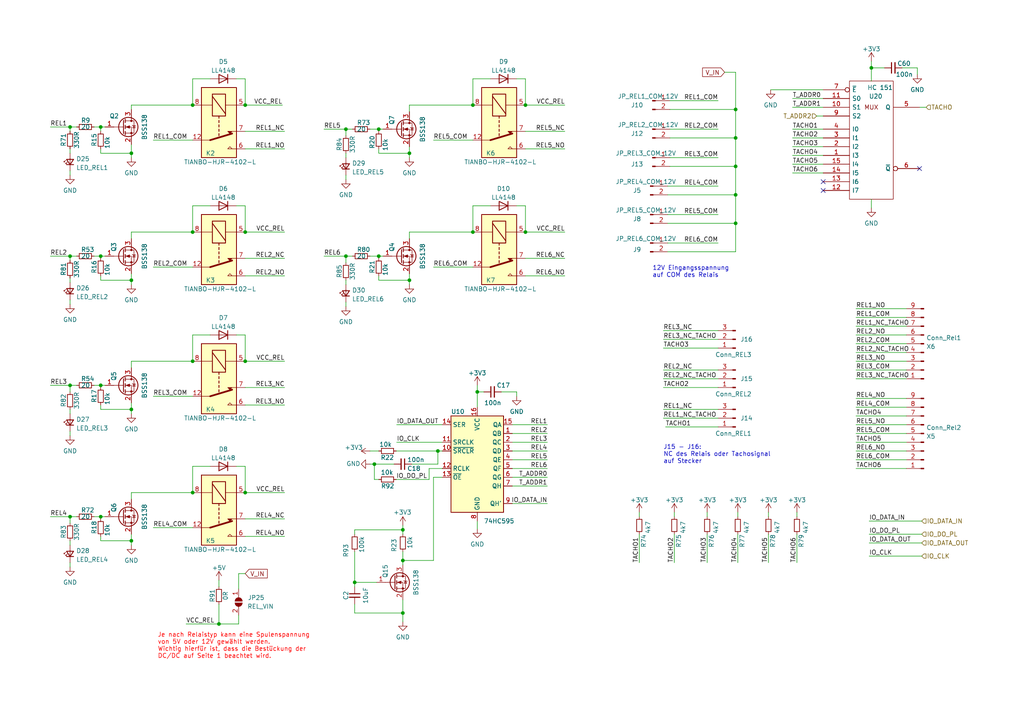
<source format=kicad_sch>
(kicad_sch (version 20230121) (generator eeschema)
  (paper "A4")
  (title_block (title "BSC") (date "2023-06-25") (rev "2.4.1"))
  (lib_symbols
    (symbol "74xx:74HC595"
      (property "Reference" "U" (at -7.62 13.97 0))
      (property "Value" "74HC595" (at -7.62 -16.51 0))
      (symbol "74HC595_1_0"
        (pin tri_state line (at 10.16 7.62 180) (length 2.54) (name "QB") (number "1"))
        (pin input line (at -10.16 2.54 0) (length 2.54) (name "~{SRCLR}") (number "10"))
        (pin input line (at -10.16 5.08 0) (length 2.54) (name "SRCLK") (number "11"))
        (pin input line (at -10.16 -2.54 0) (length 2.54) (name "RCLK") (number "12"))
        (pin input line (at -10.16 -5.08 0) (length 2.54) (name "~{OE}") (number "13"))
        (pin input line (at -10.16 10.16 0) (length 2.54) (name "SER") (number "14"))
        (pin tri_state line (at 10.16 10.16 180) (length 2.54) (name "QA") (number "15"))
        (pin power_in line (at 0 15.24 270) (length 2.54) (name "VCC") (number "16"))
        (pin tri_state line (at 10.16 5.08 180) (length 2.54) (name "QC") (number "2"))
        (pin tri_state line (at 10.16 2.54 180) (length 2.54) (name "QD") (number "3"))
        (pin tri_state line (at 10.16 0 180) (length 2.54) (name "QE") (number "4"))
        (pin tri_state line (at 10.16 -2.54 180) (length 2.54) (name "QF") (number "5"))
        (pin tri_state line (at 10.16 -5.08 180) (length 2.54) (name "QG") (number "6"))
        (pin tri_state line (at 10.16 -7.62 180) (length 2.54) (name "QH") (number "7"))
        (pin power_in line (at 0 -17.78 90) (length 2.54) (name "GND") (number "8"))
        (pin output line (at 10.16 -12.7 180) (length 2.54) (name "QH'") (number "9"))
      )
    )
    (symbol "74xx_IEEE:74151" (pin_names (offset 0.762))
      (property "Reference" "U" (at 5.08 17.78 0))
      (property "Value" "74151" (at 8.89 -20.32 0))
      (symbol "74151_0_0"
        (text "MUX" (at 0 8.89 0) (effects (font (size 1.27 1.27))))
        (pin power_in line (at 0 16.51 270) (length 0) hide (name "VCC") (number "16"))
        (pin power_in line (at 0 -17.78 90) (length 0) hide (name "GND") (number "8"))
      )
      (symbol "74151_1_1"
        (pin input line (at -13.97 -5.08 0) (length 7.62) (name "I3") (number "1"))
        (pin input line (at -13.97 8.89 0) (length 7.62) (name "S1") (number "10"))
        (pin input line (at -13.97 11.43 0) (length 7.62) (name "S0") (number "11"))
        (pin input line (at -13.97 -15.24 0) (length 7.62) (name "I7") (number "12"))
        (pin input line (at -13.97 -12.7 0) (length 7.62) (name "I6") (number "13"))
        (pin input line (at -13.97 -10.16 0) (length 7.62) (name "I5") (number "14"))
        (pin input line (at -13.97 -7.62 0) (length 7.62) (name "I4") (number "15"))
        (pin input line (at -13.97 -2.54 0) (length 7.62) (name "I2") (number "2"))
        (pin input line (at -13.97 0 0) (length 7.62) (name "I1") (number "3"))
        (pin input line (at -13.97 2.54 0) (length 7.62) (name "I0") (number "4"))
        (pin output line (at 13.97 8.89 180) (length 7.62) (name "Q") (number "5"))
        (pin output inverted (at 13.97 -8.89 180) (length 7.62) (name "~{Q}") (number "6"))
        (pin input inverted (at -13.97 13.97 0) (length 7.62) (name "~{E}") (number "7"))
        (pin input line (at -13.97 6.35 0) (length 7.62) (name "S2") (number "9"))
      )
    )
    (symbol "Connector:Conn_01x02_Male" (pin_names (offset 1.016) hide)
      (property "Reference" "J" (at 0 2.54 0))
      (property "Value" "Conn_01x02_Male" (at 0 -5.08 0))
      (symbol "Conn_01x02_Male_1_1"
        (pin passive line (at 5.08 0 180) (length 3.81) (name "Pin_1") (number "1"))
        (pin passive line (at 5.08 -2.54 180) (length 3.81) (name "Pin_2") (number "2"))
      )
    )
    (symbol "Connector:Conn_01x03_Male" (pin_names (offset 1.016) hide)
      (property "Reference" "J" (at 0 5.08 0))
      (property "Value" "Conn_01x03_Male" (at 0 -5.08 0))
      (symbol "Conn_01x03_Male_1_1"
        (pin passive line (at 5.08 2.54 180) (length 3.81) (name "Pin_1") (number "1"))
        (pin passive line (at 5.08 0 180) (length 3.81) (name "Pin_2") (number "2"))
        (pin passive line (at 5.08 -2.54 180) (length 3.81) (name "Pin_3") (number "3"))
      )
    )
    (symbol "Connector:Conn_01x09_Male" (pin_names (offset 1.016) hide)
      (property "Reference" "J" (at 0 12.7 0))
      (property "Value" "Conn_01x09_Male" (at 0 -12.7 0))
      (symbol "Conn_01x09_Male_1_1"
        (pin passive line (at 5.08 10.16 180) (length 3.81) (name "Pin_1") (number "1"))
        (pin passive line (at 5.08 7.62 180) (length 3.81) (name "Pin_2") (number "2"))
        (pin passive line (at 5.08 5.08 180) (length 3.81) (name "Pin_3") (number "3"))
        (pin passive line (at 5.08 2.54 180) (length 3.81) (name "Pin_4") (number "4"))
        (pin passive line (at 5.08 0 180) (length 3.81) (name "Pin_5") (number "5"))
        (pin passive line (at 5.08 -2.54 180) (length 3.81) (name "Pin_6") (number "6"))
        (pin passive line (at 5.08 -5.08 180) (length 3.81) (name "Pin_7") (number "7"))
        (pin passive line (at 5.08 -7.62 180) (length 3.81) (name "Pin_8") (number "8"))
        (pin passive line (at 5.08 -10.16 180) (length 3.81) (name "Pin_9") (number "9"))
      )
    )
    (symbol "Device:C_Small" (pin_numbers hide) (pin_names (offset 0.254) hide)
      (property "Reference" "C" (at 0.254 1.778 0))
      (property "Value" "C_Small" (at 0.254 -2.032 0))
      (symbol "C_Small_1_1"
        (pin passive line (at 0 2.54 270) (length 2.032) (name "~") (number "1"))
        (pin passive line (at 0 -2.54 90) (length 2.032) (name "~") (number "2"))
      )
    )
    (symbol "Device:LED_Small" (pin_numbers hide) (pin_names (offset 0.254) hide)
      (property "Reference" "D" (at -1.27 3.175 0))
      (property "Value" "LED_Small" (at -4.445 -2.54 0))
      (symbol "LED_Small_1_1"
        (pin passive line (at -2.54 0 0) (length 1.778) (name "K") (number "1"))
        (pin passive line (at 2.54 0 180) (length 1.778) (name "A") (number "2"))
      )
    )
    (symbol "Device:R_Small" (pin_numbers hide) (pin_names (offset 0.254) hide)
      (property "Reference" "R" (at 0.762 0.508 0))
      (property "Value" "R_Small" (at 0.762 -1.016 0))
      (symbol "R_Small_1_1"
        (pin passive line (at 0 2.54 270) (length 0.762) (name "~") (number "1"))
        (pin passive line (at 0 -2.54 90) (length 0.762) (name "~") (number "2"))
      )
    )
    (symbol "Diode:LL4148" (pin_numbers hide) (pin_names (offset 1.016) hide)
      (property "Reference" "D" (at 0 2.54 0))
      (property "Value" "LL4148" (at 0 -2.54 0))
      (symbol "LL4148_1_1"
        (pin passive line (at -3.81 0 0) (length 2.54) (name "K") (number "1"))
        (pin passive line (at 3.81 0 180) (length 2.54) (name "A") (number "2"))
      )
    )
    (symbol "Jumper:SolderJumper_2_Open" (pin_names (offset 0) hide)
      (property "Reference" "JP" (at 0 2.032 0))
      (property "Value" "SolderJumper_2_Open" (at 0 -2.54 0))
      (symbol "SolderJumper_2_Open_1_1"
        (pin passive line (at -3.81 0 0) (length 2.54) (name "A") (number "1"))
        (pin passive line (at 3.81 0 180) (length 2.54) (name "B") (number "2"))
      )
    )
    (symbol "Relay:TIANBO-HJR-4102-L"
      (property "Reference" "K" (at 11.43 3.81 0))
      (property "Value" "TIANBO-HJR-4102-L" (at 11.43 1.27 0))
      (symbol "TIANBO-HJR-4102-L_1_1"
        (pin passive line (at 5.08 -7.62 90) (length 2.54) (name "~") (number "12"))
        (pin passive line (at -5.08 7.62 270) (length 2.54) (name "~") (number "5"))
        (pin passive line (at 7.62 7.62 270) (length 2.54) (name "~") (number "6"))
        (pin passive line (at 2.54 7.62 270) (length 2.54) (name "~") (number "7"))
        (pin passive line (at -5.08 -7.62 90) (length 2.54) (name "~") (number "8"))
      )
    )
    (symbol "Transistor_FET:BSS138" (pin_names hide)
      (property "Reference" "Q" (at 5.08 1.905 0))
      (property "Value" "BSS138" (at 5.08 0 0))
      (symbol "BSS138_1_1"
        (pin input line (at -5.08 0 0) (length 2.54) (name "G") (number "1"))
        (pin passive line (at 2.54 -5.08 90) (length 2.54) (name "S") (number "2"))
        (pin passive line (at 2.54 5.08 270) (length 2.54) (name "D") (number "3"))
      )
    )
    (symbol "power:+3V3" (power) (pin_names (offset 0))
      (property "Value" "+3V3" (at 0 3.556 0))
      (symbol "+3V3_1_1"
        (pin power_in line (at 0 0 90) (length 0) hide (name "+3V3") (number "1"))
      )
    )
    (symbol "power:+5V" (power) (pin_names (offset 0))
      (property "Value" "+5V" (at 0 3.556 0))
      (symbol "+5V_1_1"
        (pin power_in line (at 0 0 90) (length 0) hide (name "+5V") (number "1"))
      )
    )
    (symbol "power:GND" (power) (pin_names (offset 0))
      (property "Value" "GND" (at 0 -3.81 0))
      (symbol "GND_1_1"
        (pin power_in line (at 0 0 270) (length 0) hide (name "GND") (number "1"))
      )
    )
  )
  (junction (at 213.36 64.77))
  (junction (at 138.43 113.665))
  (junction (at 38.1 44.45))
  (junction (at 213.36 31.75))
  (junction (at 71.12 30.48))
  (junction (at 55.88 30.48))
  (junction (at 71.12 67.31))
  (junction (at 213.36 56.515))
  (junction (at 29.21 36.83))
  (junction (at 55.88 67.31))
  (junction (at 116.84 153.67))
  (junction (at 20.32 36.83))
  (junction (at 63.5 180.975))
  (junction (at 109.855 37.465))
  (junction (at 152.4 67.31))
  (junction (at 29.21 111.76))
  (junction (at 152.4 30.48))
  (junction (at 102.87 168.91))
  (junction (at 108.585 134.62))
  (junction (at 38.1 156.845))
  (junction (at 20.32 111.76))
  (junction (at 118.745 44.45))
  (junction (at 71.12 142.875))
  (junction (at 71.12 104.775))
  (junction (at 109.855 74.295))
  (junction (at 29.21 74.295))
  (junction (at 38.1 81.28))
  (junction (at 29.21 149.86))
  (junction (at 100.33 74.295))
  (junction (at 137.16 30.48))
  (junction (at 20.32 149.86))
  (junction (at 213.36 48.26))
  (junction (at 55.88 104.775))
  (junction (at 252.73 19.685))
  (junction (at 118.745 81.28))
  (junction (at 116.84 177.8))
  (junction (at 38.1 118.745))
  (junction (at 213.36 40.005))
  (junction (at 127 130.81))
  (junction (at 137.16 67.31))
  (junction (at 55.88 142.875))
  (junction (at 116.84 162.56))
  (junction (at 20.32 74.295))
  (junction (at 100.33 37.465))
  (no_connect (at 238.76 52.705))
  (no_connect (at 238.76 55.245))
  (no_connect (at 266.7 48.895))
  (wire (pts (xy 60.96 135.255) (xy 55.88 135.255)))
  (wire (pts (xy 142.24 59.69) (xy 137.16 59.69)))
  (wire (pts (xy 71.12 117.475) (xy 82.55 117.475)))
  (wire (pts (xy 248.285 94.615) (xy 262.89 94.615)))
  (wire (pts (xy 38.1 118.745) (xy 38.1 120.015)))
  (wire (pts (xy 27.305 149.86) (xy 29.21 149.86)))
  (wire (pts (xy 71.12 142.875) (xy 82.55 142.875)))
  (wire (pts (xy 248.285 109.855) (xy 262.89 109.855)))
  (wire (pts (xy 127 130.81) (xy 128.27 130.81)))
  (wire (pts (xy 109.855 74.295) (xy 111.125 74.295)))
  (wire (pts (xy 118.745 42.545) (xy 118.745 44.45)))
  (wire (pts (xy 102.87 153.67) (xy 116.84 153.67)))
  (wire (pts (xy 185.42 148.59) (xy 185.42 149.86)))
  (wire (pts (xy 107.315 37.465) (xy 109.855 37.465)))
  (wire (pts (xy 60.96 22.86) (xy 55.88 22.86)))
  (wire (pts (xy 27.305 111.76) (xy 29.21 111.76)))
  (wire (pts (xy 248.285 135.89) (xy 262.89 135.89)))
  (wire (pts (xy 137.16 22.86) (xy 137.16 30.48)))
  (wire (pts (xy 128.27 138.43) (xy 125.73 138.43)))
  (wire (pts (xy 208.28 95.885) (xy 192.405 95.885)))
  (wire (pts (xy 195.58 154.94) (xy 195.58 163.195)))
  (wire (pts (xy 266.7 31.115) (xy 268.605 31.115)))
  (wire (pts (xy 118.745 44.45) (xy 118.745 45.72)))
  (wire (pts (xy 20.32 36.83) (xy 20.32 38.1)))
  (wire (pts (xy 20.32 80.645) (xy 20.32 81.915)))
  (wire (pts (xy 71.12 97.155) (xy 71.12 104.775)))
  (wire (pts (xy 229.87 47.625) (xy 238.76 47.625)))
  (wire (pts (xy 222.885 148.59) (xy 222.885 149.86)))
  (wire (pts (xy 71.12 22.86) (xy 71.12 30.48)))
  (wire (pts (xy 27.305 36.83) (xy 29.21 36.83)))
  (wire (pts (xy 210.185 20.955) (xy 213.36 20.955)))
  (wire (pts (xy 118.745 30.48) (xy 118.745 32.385)))
  (wire (pts (xy 100.33 44.45) (xy 100.33 45.72)))
  (wire (pts (xy 138.43 113.665) (xy 140.335 113.665)))
  (wire (pts (xy 193.675 64.77) (xy 213.36 64.77)))
  (wire (pts (xy 248.285 120.65) (xy 262.89 120.65)))
  (wire (pts (xy 229.87 31.115) (xy 238.76 31.115)))
  (wire (pts (xy 20.32 36.83) (xy 22.225 36.83)))
  (wire (pts (xy 100.33 87.63) (xy 100.33 88.9)))
  (wire (pts (xy 29.21 36.83) (xy 29.21 38.1)))
  (wire (pts (xy 63.5 168.275) (xy 63.5 170.18)))
  (wire (pts (xy 229.87 28.575) (xy 238.76 28.575)))
  (wire (pts (xy 29.21 155.575) (xy 29.21 156.845)))
  (wire (pts (xy 213.36 73.025) (xy 213.36 64.77)))
  (wire (pts (xy 71.12 150.495) (xy 82.55 150.495)))
  (wire (pts (xy 20.32 149.86) (xy 20.32 151.765)))
  (wire (pts (xy 152.4 30.48) (xy 163.83 30.48)))
  (wire (pts (xy 229.87 50.165) (xy 238.76 50.165)))
  (wire (pts (xy 29.21 118.745) (xy 38.1 118.745)))
  (wire (pts (xy 38.1 45.72) (xy 38.1 44.45)))
  (wire (pts (xy 108.585 139.065) (xy 108.585 134.62)))
  (wire (pts (xy 118.745 81.28) (xy 118.745 82.55)))
  (wire (pts (xy 248.285 123.19) (xy 262.89 123.19)))
  (wire (pts (xy 109.855 37.465) (xy 109.855 38.1)))
  (wire (pts (xy 252.73 57.785) (xy 252.73 60.325)))
  (wire (pts (xy 148.59 135.89) (xy 158.75 135.89)))
  (wire (pts (xy 208.28 100.965) (xy 192.405 100.965)))
  (wire (pts (xy 208.28 112.395) (xy 192.405 112.395)))
  (wire (pts (xy 229.87 45.085) (xy 238.76 45.085)))
  (wire (pts (xy 208.28 109.855) (xy 192.405 109.855)))
  (wire (pts (xy 208.28 123.825) (xy 193.04 123.825)))
  (wire (pts (xy 107.315 74.295) (xy 109.855 74.295)))
  (wire (pts (xy 29.21 111.76) (xy 29.21 112.395)))
  (wire (pts (xy 93.98 37.465) (xy 100.33 37.465)))
  (wire (pts (xy 109.855 43.18) (xy 109.855 44.45)))
  (wire (pts (xy 38.1 116.84) (xy 38.1 118.745)))
  (wire (pts (xy 248.285 89.535) (xy 262.89 89.535)))
  (wire (pts (xy 193.675 73.025) (xy 213.36 73.025)))
  (wire (pts (xy 118.745 79.375) (xy 118.745 81.28)))
  (wire (pts (xy 14.605 111.76) (xy 20.32 111.76)))
  (wire (pts (xy 29.21 149.86) (xy 30.48 149.86)))
  (wire (pts (xy 229.87 42.545) (xy 238.76 42.545)))
  (wire (pts (xy 194.31 40.005) (xy 213.36 40.005)))
  (wire (pts (xy 20.32 156.845) (xy 20.32 158.115)))
  (wire (pts (xy 118.745 67.31) (xy 137.16 67.31)))
  (wire (pts (xy 63.5 175.26) (xy 63.5 180.975)))
  (wire (pts (xy 29.21 74.295) (xy 30.48 74.295)))
  (wire (pts (xy 20.32 74.295) (xy 22.225 74.295)))
  (wire (pts (xy 152.4 22.86) (xy 152.4 30.48)))
  (wire (pts (xy 213.995 148.59) (xy 213.995 149.86)))
  (wire (pts (xy 55.88 22.86) (xy 55.88 30.48)))
  (wire (pts (xy 102.87 175.26) (xy 102.87 177.8)))
  (wire (pts (xy 38.1 142.875) (xy 38.1 144.78)))
  (wire (pts (xy 20.32 118.745) (xy 20.32 120.015)))
  (wire (pts (xy 71.12 74.93) (xy 82.55 74.93)))
  (wire (pts (xy 38.1 81.28) (xy 38.1 82.55)))
  (wire (pts (xy 193.675 62.23) (xy 208.28 62.23)))
  (wire (pts (xy 229.87 40.005) (xy 238.76 40.005)))
  (wire (pts (xy 194.31 29.21) (xy 208.28 29.21)))
  (wire (pts (xy 100.33 74.295) (xy 102.235 74.295)))
  (wire (pts (xy 248.285 118.11) (xy 262.89 118.11)))
  (wire (pts (xy 29.21 36.83) (xy 30.48 36.83)))
  (wire (pts (xy 20.32 86.995) (xy 20.32 88.265)))
  (wire (pts (xy 20.32 111.76) (xy 20.32 113.665)))
  (wire (pts (xy 213.36 56.515) (xy 213.36 48.26)))
  (wire (pts (xy 100.33 74.295) (xy 100.33 76.2)))
  (wire (pts (xy 55.88 97.155) (xy 55.88 104.775)))
  (wire (pts (xy 149.86 113.665) (xy 149.86 114.935)))
  (wire (pts (xy 38.1 41.91) (xy 38.1 44.45)))
  (wire (pts (xy 108.585 134.62) (xy 114.3 134.62)))
  (wire (pts (xy 38.1 79.375) (xy 38.1 81.28)))
  (wire (pts (xy 20.32 43.18) (xy 20.32 44.45)))
  (wire (pts (xy 208.28 118.745) (xy 192.405 118.745)))
  (wire (pts (xy 152.4 43.18) (xy 163.83 43.18)))
  (wire (pts (xy 102.87 168.91) (xy 109.22 168.91)))
  (wire (pts (xy 267.335 161.29) (xy 252.095 161.29)))
  (wire (pts (xy 29.21 74.295) (xy 29.21 74.93)))
  (wire (pts (xy 44.45 153.035) (xy 55.88 153.035)))
  (wire (pts (xy 138.43 151.13) (xy 138.43 153.416)))
  (wire (pts (xy 248.285 104.775) (xy 262.89 104.775)))
  (wire (pts (xy 38.1 142.875) (xy 55.88 142.875)))
  (wire (pts (xy 152.4 67.31) (xy 163.83 67.31)))
  (wire (pts (xy 116.84 160.02) (xy 116.84 162.56)))
  (wire (pts (xy 138.43 113.665) (xy 138.43 118.11)))
  (wire (pts (xy 100.33 81.28) (xy 100.33 82.55)))
  (wire (pts (xy 14.605 36.83) (xy 20.32 36.83)))
  (wire (pts (xy 14.605 74.295) (xy 20.32 74.295)))
  (wire (pts (xy 115.062 128.27) (xy 128.27 128.27)))
  (wire (pts (xy 68.58 97.155) (xy 71.12 97.155)))
  (wire (pts (xy 55.88 135.255) (xy 55.88 142.875)))
  (wire (pts (xy 71.12 155.575) (xy 82.55 155.575)))
  (wire (pts (xy 248.285 92.075) (xy 262.89 92.075)))
  (wire (pts (xy 213.36 40.005) (xy 213.36 31.75)))
  (wire (pts (xy 148.59 130.81) (xy 158.75 130.81)))
  (wire (pts (xy 152.4 74.93) (xy 163.83 74.93)))
  (wire (pts (xy 152.4 59.69) (xy 152.4 67.31)))
  (wire (pts (xy 107.315 130.81) (xy 109.855 130.81)))
  (wire (pts (xy 38.1 30.48) (xy 55.88 30.48)))
  (wire (pts (xy 145.415 113.665) (xy 149.86 113.665)))
  (wire (pts (xy 53.975 180.975) (xy 63.5 180.975)))
  (wire (pts (xy 125.73 77.47) (xy 137.16 77.47)))
  (wire (pts (xy 27.305 74.295) (xy 29.21 74.295)))
  (wire (pts (xy 44.45 77.47) (xy 55.88 77.47)))
  (wire (pts (xy 109.855 74.295) (xy 109.855 74.93)))
  (wire (pts (xy 152.4 80.01) (xy 163.83 80.01)))
  (wire (pts (xy 71.12 43.18) (xy 82.55 43.18)))
  (wire (pts (xy 71.12 80.01) (xy 82.55 80.01)))
  (wire (pts (xy 231.14 148.59) (xy 231.14 149.86)))
  (wire (pts (xy 29.21 111.76) (xy 30.48 111.76)))
  (wire (pts (xy 148.59 140.97) (xy 158.75 140.97)))
  (wire (pts (xy 109.855 139.065) (xy 108.585 139.065)))
  (wire (pts (xy 116.84 177.8) (xy 116.84 180.34)))
  (wire (pts (xy 29.21 81.28) (xy 38.1 81.28)))
  (wire (pts (xy 116.84 162.56) (xy 116.84 163.83)))
  (wire (pts (xy 142.24 22.86) (xy 137.16 22.86)))
  (wire (pts (xy 248.285 115.57) (xy 262.89 115.57)))
  (wire (pts (xy 124.46 135.89) (xy 124.46 139.065)))
  (wire (pts (xy 125.73 40.64) (xy 137.16 40.64)))
  (wire (pts (xy 29.21 156.845) (xy 38.1 156.845)))
  (wire (pts (xy 20.32 49.53) (xy 20.32 50.8)))
  (wire (pts (xy 115.062 123.19) (xy 128.27 123.19)))
  (wire (pts (xy 252.73 19.685) (xy 252.73 23.495)))
  (wire (pts (xy 55.88 59.69) (xy 55.88 67.31)))
  (wire (pts (xy 20.32 149.86) (xy 22.225 149.86)))
  (wire (pts (xy 29.21 44.45) (xy 38.1 44.45)))
  (wire (pts (xy 208.28 98.425) (xy 192.405 98.425)))
  (wire (pts (xy 138.43 111.76) (xy 138.43 113.665)))
  (wire (pts (xy 69.215 178.435) (xy 69.215 180.975)))
  (wire (pts (xy 128.27 135.89) (xy 124.46 135.89)))
  (wire (pts (xy 44.45 40.64) (xy 55.88 40.64)))
  (wire (pts (xy 44.45 114.935) (xy 55.88 114.935)))
  (wire (pts (xy 248.285 133.35) (xy 262.89 133.35)))
  (wire (pts (xy 102.87 154.94) (xy 102.87 153.67)))
  (wire (pts (xy 38.1 31.75) (xy 38.1 30.48)))
  (wire (pts (xy 71.12 166.37) (xy 69.215 166.37)))
  (wire (pts (xy 38.1 154.94) (xy 38.1 156.845)))
  (wire (pts (xy 102.87 160.02) (xy 102.87 168.91)))
  (wire (pts (xy 248.285 107.315) (xy 262.89 107.315)))
  (wire (pts (xy 248.285 128.27) (xy 262.89 128.27)))
  (wire (pts (xy 248.285 97.155) (xy 262.89 97.155)))
  (wire (pts (xy 118.745 30.48) (xy 137.16 30.48)))
  (wire (pts (xy 193.675 56.515) (xy 213.36 56.515)))
  (wire (pts (xy 38.1 156.845) (xy 38.1 158.115)))
  (wire (pts (xy 109.855 81.28) (xy 118.745 81.28)))
  (wire (pts (xy 248.285 125.73) (xy 262.89 125.73)))
  (wire (pts (xy 20.32 111.76) (xy 22.225 111.76)))
  (wire (pts (xy 124.46 139.065) (xy 114.935 139.065)))
  (wire (pts (xy 252.73 17.78) (xy 252.73 19.685)))
  (wire (pts (xy 38.1 67.31) (xy 55.88 67.31)))
  (wire (pts (xy 38.1 104.775) (xy 38.1 106.68)))
  (wire (pts (xy 223.52 26.035) (xy 238.76 26.035)))
  (wire (pts (xy 38.1 104.775) (xy 55.88 104.775)))
  (wire (pts (xy 71.12 59.69) (xy 71.12 67.31)))
  (wire (pts (xy 102.87 177.8) (xy 116.84 177.8)))
  (wire (pts (xy 14.605 149.86) (xy 20.32 149.86)))
  (wire (pts (xy 100.33 37.465) (xy 102.235 37.465)))
  (wire (pts (xy 38.1 67.31) (xy 38.1 69.215)))
  (wire (pts (xy 100.33 37.465) (xy 100.33 39.37)))
  (wire (pts (xy 193.675 70.485) (xy 208.28 70.485)))
  (wire (pts (xy 93.98 74.295) (xy 100.33 74.295)))
  (wire (pts (xy 213.36 20.955) (xy 213.36 31.75)))
  (wire (pts (xy 100.33 50.8) (xy 100.33 52.07)))
  (wire (pts (xy 20.32 74.295) (xy 20.32 75.565)))
  (wire (pts (xy 195.58 148.59) (xy 195.58 149.86)))
  (wire (pts (xy 261.62 19.685) (xy 266.065 19.685)))
  (wire (pts (xy 68.58 135.255) (xy 71.12 135.255)))
  (wire (pts (xy 71.12 30.48) (xy 81.915 30.48)))
  (wire (pts (xy 208.28 121.285) (xy 192.405 121.285)))
  (wire (pts (xy 152.4 38.1) (xy 163.83 38.1)))
  (wire (pts (xy 194.31 31.75) (xy 213.36 31.75)))
  (wire (pts (xy 222.885 154.94) (xy 222.885 163.195)))
  (wire (pts (xy 137.16 59.69) (xy 137.16 67.31)))
  (wire (pts (xy 116.84 162.56) (xy 125.73 162.56)))
  (wire (pts (xy 71.12 135.255) (xy 71.12 142.875)))
  (wire (pts (xy 266.065 19.685) (xy 266.065 21.59)))
  (wire (pts (xy 71.12 38.1) (xy 82.55 38.1)))
  (wire (pts (xy 118.745 67.31) (xy 118.745 69.215)))
  (wire (pts (xy 231.14 154.94) (xy 231.14 163.195)))
  (wire (pts (xy 185.42 154.94) (xy 185.42 163.195)))
  (wire (pts (xy 213.36 48.26) (xy 213.36 40.005)))
  (wire (pts (xy 205.105 154.94) (xy 205.105 163.195)))
  (wire (pts (xy 60.96 97.155) (xy 55.88 97.155)))
  (wire (pts (xy 194.31 37.465) (xy 208.28 37.465)))
  (wire (pts (xy 109.855 80.01) (xy 109.855 81.28)))
  (wire (pts (xy 116.84 153.67) (xy 116.84 154.94)))
  (wire (pts (xy 107.315 134.62) (xy 108.585 134.62)))
  (wire (pts (xy 148.59 125.73) (xy 158.75 125.73)))
  (wire (pts (xy 252.73 19.685) (xy 256.54 19.685)))
  (wire (pts (xy 68.58 22.86) (xy 71.12 22.86)))
  (wire (pts (xy 69.215 166.37) (xy 69.215 170.815)))
  (wire (pts (xy 125.73 138.43) (xy 125.73 162.56)))
  (wire (pts (xy 127 134.62) (xy 127 130.81)))
  (wire (pts (xy 267.335 154.94) (xy 252.095 154.94)))
  (wire (pts (xy 116.84 152.4) (xy 116.84 153.67)))
  (wire (pts (xy 149.86 22.86) (xy 152.4 22.86)))
  (wire (pts (xy 69.215 180.975) (xy 63.5 180.975)))
  (wire (pts (xy 229.87 37.465) (xy 238.76 37.465)))
  (wire (pts (xy 29.21 117.475) (xy 29.21 118.745)))
  (wire (pts (xy 71.12 112.395) (xy 82.55 112.395)))
  (wire (pts (xy 205.105 148.59) (xy 205.105 149.86)))
  (wire (pts (xy 194.31 45.72) (xy 208.28 45.72)))
  (wire (pts (xy 20.32 163.195) (xy 20.32 164.465)))
  (wire (pts (xy 60.96 59.69) (xy 55.88 59.69)))
  (wire (pts (xy 148.59 138.43) (xy 158.75 138.43)))
  (wire (pts (xy 194.31 48.26) (xy 213.36 48.26)))
  (wire (pts (xy 71.12 104.775) (xy 82.55 104.775)))
  (wire (pts (xy 248.285 130.81) (xy 262.89 130.81)))
  (wire (pts (xy 119.38 134.62) (xy 127 134.62)))
  (wire (pts (xy 213.36 64.77) (xy 213.36 56.515)))
  (wire (pts (xy 148.59 123.19) (xy 158.75 123.19)))
  (wire (pts (xy 20.32 125.095) (xy 20.32 126.365)))
  (wire (pts (xy 71.12 67.31) (xy 82.55 67.31)))
  (wire (pts (xy 213.995 154.94) (xy 213.995 163.195)))
  (wire (pts (xy 193.675 53.975) (xy 208.28 53.975)))
  (wire (pts (xy 109.855 37.465) (xy 111.125 37.465)))
  (wire (pts (xy 208.28 107.315) (xy 192.405 107.315)))
  (wire (pts (xy 116.84 173.99) (xy 116.84 177.8)))
  (wire (pts (xy 148.59 133.35) (xy 158.75 133.35)))
  (wire (pts (xy 29.21 149.86) (xy 29.21 150.495)))
  (wire (pts (xy 109.855 44.45) (xy 118.745 44.45)))
  (wire (pts (xy 29.21 43.18) (xy 29.21 44.45)))
  (wire (pts (xy 148.59 146.05) (xy 158.75 146.05)))
  (wire (pts (xy 148.59 128.27) (xy 158.75 128.27)))
  (wire (pts (xy 267.335 151.13) (xy 252.095 151.13)))
  (wire (pts (xy 248.285 102.235) (xy 262.89 102.235)))
  (wire (pts (xy 114.935 130.81) (xy 127 130.81)))
  (wire (pts (xy 236.855 33.655) (xy 238.76 33.655)))
  (wire (pts (xy 149.86 59.69) (xy 152.4 59.69)))
  (wire (pts (xy 68.58 59.69) (xy 71.12 59.69)))
  (wire (pts (xy 102.87 168.91) (xy 102.87 170.18)))
  (wire (pts (xy 267.335 157.48) (xy 252.095 157.48)))
  (wire (pts (xy 29.21 80.01) (xy 29.21 81.28)))
  (wire (pts (xy 248.285 99.695) (xy 262.89 99.695)))
  (text "Je nach Relaistyp kann eine Spulenspannung\nvon 5V oder 12V gewählt werden. \nWichtig hierfür ist, dass die Bestückung der \nDC/DC auf Seite 1 beachtet wird.\n" (at 45.72 191.135 0) (effects (font (size 1.27 1.27)) (justify left bottom)))
  (text "12V Eingangsspannung \nauf COM des Relais" (at 189.23 80.645 0) (effects (font (size 1.27 1.27)) (justify left bottom)))
  (text "J15 - J16:\nNC des Relais oder Tachosignal\nauf Stecker" (at 192.405 134.62 0) (effects (font (size 1.27 1.27)) (justify left bottom)))
  (label "TACHO6" (at 231.14 163.195 90))
  (label "TACHO1" (at 193.04 123.825 0))
  (label "TACHO4" (at 229.87 45.085 0))
  (label "TACHO5" (at 229.87 47.625 0))
  (label "IO_DATA_OUT" (at 252.095 157.48 0))
  (label "REL4_COM" (at 44.45 153.035 0))
  (label "REL2_COM" (at 44.45 77.47 0))
  (label "REL1_COM" (at 248.285 92.075 0))
  (label "REL5_NO" (at 163.83 43.18 180))
  (label "IO_CLK" (at 115.062 128.27 0))
  (label "TACHO1" (at 229.87 37.465 0))
  (label "REL3_NC" (at 82.55 112.395 180))
  (label "REL1_NO" (at 248.285 89.535 0))
  (label "REL1_NC_TACHO" (at 248.285 94.615 0))
  (label "REL4_NO" (at 82.55 155.575 180))
  (label "REL5_NO" (at 248.285 123.19 0))
  (label "REL3_COM" (at 44.45 114.935 0))
  (label "REL3_NC_TACHO" (at 192.405 98.425 0))
  (label "REL4_COM" (at 208.28 53.975 180))
  (label "TACHO2" (at 229.87 40.005 0))
  (label "VCC_REL" (at 81.915 30.48 180))
  (label "REL5" (at 93.98 37.465 0))
  (label "REL3_COM" (at 248.285 107.315 0))
  (label "REL6_COM" (at 208.28 70.485 180))
  (label "TACHO4" (at 213.995 163.195 90))
  (label "REL2_NC_TACHO" (at 248.285 102.235 0))
  (label "T_ADDR0" (at 158.75 138.43 180))
  (label "REL4" (at 14.605 149.86 0))
  (label "REL5_COM" (at 248.285 125.73 0))
  (label "REL6_NC" (at 163.83 74.93 180))
  (label "REL4" (at 158.75 130.81 180))
  (label "REL2_NC_TACHO" (at 192.405 109.855 0))
  (label "REL5_NC" (at 163.83 38.1 180))
  (label "VCC_REL" (at 82.55 142.875 180))
  (label "REL3_NO" (at 82.55 117.475 180))
  (label "REL6_COM" (at 248.285 133.35 0))
  (label "TACHO2" (at 195.58 163.195 90))
  (label "REL1_COM" (at 208.28 29.21 180))
  (label "REL2_NC" (at 82.55 74.93 180))
  (label "REL6" (at 158.75 135.89 180))
  (label "REL4_NO" (at 248.285 115.57 0))
  (label "REL2_NO" (at 82.55 80.01 180))
  (label "IO_DO_PL" (at 252.095 154.94 0))
  (label "REL5_COM" (at 208.28 62.23 180))
  (label "REL2" (at 158.75 125.73 180))
  (label "REL3" (at 14.605 111.76 0))
  (label "REL3" (at 158.75 128.27 180))
  (label "REL1_NO" (at 82.55 43.18 180))
  (label "IO_DATA_IN" (at 158.75 146.05 180))
  (label "VCC_REL" (at 82.55 67.31 180))
  (label "TACHO3" (at 192.405 100.965 0))
  (label "REL2_NO" (at 248.285 97.155 0))
  (label "TACHO5" (at 222.885 163.195 90))
  (label "TACHO6" (at 229.87 50.165 0))
  (label "REL3_COM" (at 208.28 45.72 180))
  (label "REL1" (at 158.75 123.19 180))
  (label "REL5_COM" (at 125.73 40.64 0))
  (label "REL6_COM" (at 125.73 77.47 0))
  (label "IO_DATA_OUT" (at 115.062 123.19 0))
  (label "REL1_NC" (at 192.405 118.745 0))
  (label "T_ADDR1" (at 229.87 31.115 0))
  (label "REL1" (at 14.605 36.83 0))
  (label "TACHO2" (at 192.405 112.395 0))
  (label "IO_CLK" (at 252.095 161.29 0))
  (label "REL4_COM" (at 248.285 118.11 0))
  (label "REL3_NC_TACHO" (at 248.285 109.855 0))
  (label "TACHO3" (at 205.105 163.195 90))
  (label "REL4_NC" (at 82.55 150.495 180))
  (label "TACHO3" (at 229.87 42.545 0))
  (label "TACHO1" (at 185.42 163.195 90))
  (label "REL6_NO" (at 163.83 80.01 180))
  (label "REL2_COM" (at 248.285 99.695 0))
  (label "REL2_NC" (at 192.405 107.315 0))
  (label "T_ADDR1" (at 158.75 140.97 180))
  (label "TACHO6" (at 248.285 135.89 0))
  (label "VCC_REL" (at 163.83 67.31 180))
  (label "REL1_NC_TACHO" (at 192.405 121.285 0))
  (label "TACHO5" (at 248.285 128.27 0))
  (label "REL6" (at 93.98 74.295 0))
  (label "REL1_NC" (at 82.55 38.1 180))
  (label "VCC_REL" (at 163.83 30.48 180))
  (label "REL1_COM" (at 44.45 40.64 0))
  (label "REL5" (at 158.75 133.35 180))
  (label "REL6_NO" (at 248.285 130.81 0))
  (label "T_ADDR0" (at 229.87 28.575 0))
  (label "IO_DATA_IN" (at 252.095 151.13 0))
  (label "VCC_REL" (at 53.975 180.975 0))
  (label "IO_DO_PL" (at 114.935 139.065 0))
  (label "TACHO4" (at 248.285 120.65 0))
  (label "REL3_NO" (at 248.285 104.775 0))
  (label "VCC_REL" (at 82.55 104.775 180))
  (label "REL2_COM" (at 208.28 37.465 180))
  (label "REL3_NC" (at 192.405 95.885 0))
  (label "REL2" (at 14.605 74.295 0))
  (global_label "V_IN" (shape input) (at 210.185 20.955 180) (property "Intersheetrefs" "${INTERSHEET_REFS}" (effects hide)))
  (global_label "V_IN" (shape input) (at 71.12 166.37 0) (property "Intersheetrefs" "${INTERSHEET_REFS}" (effects hide)))
  (hierarchical_label "TACHO" (shape input) (at 268.605 31.115 0))
  (hierarchical_label "IO_CLK" (shape input) (at 267.335 161.29 0))
  (hierarchical_label "T_ADDR2" (shape input) (at 236.855 33.655 180))
  (hierarchical_label "IO_DATA_OUT" (shape input) (at 267.335 157.48 0))
  (hierarchical_label "IO_DATA_IN" (shape input) (at 267.335 151.13 0))
  (hierarchical_label "IO_DO_PL" (shape input) (at 267.335 154.94 0))
  (symbol (lib_id "Device:R_Small") (at 109.855 40.64 0) (unit 1)
    (property "Reference" "R20" (at 107.95 43.18 90) (effects (justify left)))
    (property "Value" "10k" (at 111.76 43.815 90) (effects (justify left)))
    (property "Footprint" "Resistor_SMD:R_0603_1608Metric" (effects hide))
  )
  (symbol (lib_id "Diode:LL4148") (at 64.77 59.69 180) (unit 1)
    (property "Reference" "D6" (at 64.77 54.7202 0))
    (property "Value" "LL4148" (at 64.77 57.2571 0))
    (property "Footprint" "Diode_SMD:D_MiniMELF" (effects hide))
    (property "Datasheet" "http://www.vishay.com/docs/85557/ll4148.pdf" (effects hide))
  )
  (symbol (lib_id "Device:R_Small") (at 116.84 157.48 180) (unit 1)
    (property "Reference" "R23" (at 114.3 156.21 90) (effects (justify left)))
    (property "Value" "10k" (at 118.8899 155.5023 90) (effects (justify left)))
    (property "Footprint" "Resistor_SMD:R_0603_1608Metric" (effects hide))
  )
  (symbol (lib_id "Device:R_Small") (at 102.87 157.48 180) (unit 1)
    (property "Reference" "R93" (at 100.33 157.734 90) (effects (justify left)))
    (property "Value" "100k" (at 104.9199 155.5023 90) (effects (justify left)))
    (property "Footprint" "Resistor_SMD:R_0603_1608Metric" (effects hide))
  )
  (symbol (lib_id "Device:LED_Small") (at 20.32 84.455 90) (unit 1)
    (property "Reference" "D26" (at 22.098 83.5568 90) (effects (justify right)))
    (property "Value" "LED_REL2" (at 22.098 86.0937 90) (effects (justify right)))
    (property "Footprint" "LED_SMD:LED_0603_1608Metric" (effects hide))
  )
  (symbol (lib_id "Device:R_Small") (at 109.855 77.47 0) (unit 1)
    (property "Reference" "R21" (at 107.95 79.375 90) (effects (justify left)))
    (property "Value" "10k" (at 111.76 80.01 90) (effects (justify left)))
    (property "Footprint" "Resistor_SMD:R_0603_1608Metric" (effects hide))
  )
  (symbol (lib_id "Device:C_Small") (at 102.87 172.72 0) (unit 1)
    (property "Reference" "C2" (at 100.33 172.72 90))
    (property "Value" "10uF" (at 106.045 172.72 90))
    (property "Footprint" "Capacitor_SMD:C_0603_1608Metric" (effects hide))
    (property "LCSC Part" "C96446" (effects hide))
    (instances (project "bsc" (path "" (reference "C2") (unit 1)) (path "" (reference "C36") (unit 1))))
  )
  (symbol (lib_id "Device:R_Small") (at 112.395 130.81 90) (unit 1)
    (property "Reference" "R22" (at 114.3 132.715 90) (effects (justify left)))
    (property "Value" "10k" (at 113.665 128.905 90) (effects (justify left)))
    (property "Footprint" "Resistor_SMD:R_0603_1608Metric" (effects hide))
  )
  (symbol (lib_id "Diode:LL4148") (at 64.77 97.155 180) (unit 1)
    (property "Reference" "D7" (at 64.77 92.1852 0))
    (property "Value" "LL4148" (at 64.77 94.7221 0))
    (property "Footprint" "Diode_SMD:D_MiniMELF" (effects hide))
    (property "Datasheet" "http://www.vishay.com/docs/85557/ll4148.pdf" (effects hide))
  )
  (symbol (lib_id "Device:LED_Small") (at 20.32 122.555 90) (unit 1)
    (property "Reference" "D27" (at 22.098 121.6568 90) (effects (justify right)))
    (property "Value" "LED_REL3" (at 22.098 124.1937 90) (effects (justify right)))
    (property "Footprint" "LED_SMD:LED_0603_1608Metric" (effects hide))
  )
  (symbol (lib_id "Device:R_Small") (at 29.21 77.47 0) (unit 1)
    (property "Reference" "R16" (at 27.305 79.375 90) (effects (justify left)))
    (property "Value" "10k" (at 31.115 80.01 90) (effects (justify left)))
    (property "Footprint" "Resistor_SMD:R_0603_1608Metric" (effects hide))
  )
  (symbol (lib_id "Transistor_FET:BSS138") (at 116.205 74.295 0) (unit 1)
    (property "Reference" "Q4" (at 113.665 73.025 90) (effects (justify left)))
    (property "Value" "BSS138" (at 122.555 78.105 90) (effects (justify left)))
    (property "Footprint" "Package_TO_SOT_SMD:SOT-23" (effects hide))
    (property "Datasheet" "https://www.onsemi.com/pub/Collateral/BSS138-D.PDF" (effects hide))
  )
  (symbol (lib_id "Connector:Conn_01x02_Male") (at 188.595 70.485 0) (unit 1)
    (property "Reference" "J9" (at 184.785 72.39 0))
    (property "Value" "JP_REL6_COM_12V" (at 187.325 69.215 0))
    (property "Footprint" "custom_th:PinHeader_1x02_P2.54mm_Vertical_jlc" (effects hide))
  )
  (symbol (lib_id "power:GND") (at 118.745 45.72 0) (unit 1)
    (property "Reference" "#PWR060" (effects hide))
    (property "Value" "GND" (at 118.745 50.1634 0))
  )
  (symbol (lib_id "Device:LED_Small") (at 100.33 48.26 90) (unit 1)
    (property "Reference" "D29" (at 102.108 47.3618 90) (effects (justify right)))
    (property "Value" "LED_REL5" (at 102.108 49.8987 90) (effects (justify right)))
    (property "Footprint" "LED_SMD:LED_0603_1608Metric" (effects hide))
  )
  (symbol (lib_id "74xx:74HC595") (at 138.43 133.35 0) (unit 1)
    (property "Reference" "U10" (at 130.81 119.38 0) (effects (justify left)))
    (property "Value" "74HC595" (at 140.335 151.13 0) (effects (justify left)))
    (property "Footprint" "Package_SO:SOIC-16_3.9x9.9mm_P1.27mm" (effects hide))
    (property "Datasheet" "http://www.ti.com/lit/ds/symlink/sn74hc595.pdf" (effects hide))
  )
  (symbol (lib_id "Device:R_Small") (at 24.765 149.86 270) (unit 1)
    (property "Reference" "R72" (at 23.495 147.955 90) (effects (justify left)))
    (property "Value" "20" (at 23.495 149.86 90) (effects (justify left)))
    (property "Footprint" "Resistor_SMD:R_0603_1608Metric" (effects hide))
  )
  (symbol (lib_id "Relay:TIANBO-HJR-4102-L") (at 63.5 109.855 270) (unit 1)
    (property "Reference" "K4" (at 59.69 118.745 90) (effects (justify left)))
    (property "Value" "TIANBO-HJR-4102-L" (at 53.34 121.285 90) (effects (justify left)))
    (property "Footprint" "Relay_THT:Relay_SPDT_HJR-4102" (effects hide))
    (property "Datasheet" "https://cdn-reichelt.de/documents/datenblatt/C300/DS_HJR4102E.pdf" (effects hide))
  )
  (symbol (lib_id "Device:R_Small") (at 20.32 116.205 0) (unit 1)
    (property "Reference" "R82" (at 18.415 118.11 90) (effects (justify left)))
    (property "Value" "330R" (at 22.225 118.745 90) (effects (justify left)))
    (property "Footprint" "Resistor_SMD:R_0603_1608Metric" (effects hide))
  )
  (symbol (lib_id "Transistor_FET:BSS138") (at 114.3 168.91 0) (unit 1)
    (property "Reference" "Q15" (at 111.76 167.64 90) (effects (justify left)))
    (property "Value" "BSS138" (at 120.65 172.72 90) (effects (justify left)))
    (property "Footprint" "Package_TO_SOT_SMD:SOT-23" (effects hide))
    (property "Datasheet" "https://www.onsemi.com/pub/Collateral/BSS138-D.PDF" (effects hide))
  )
  (symbol (lib_id "power:GND") (at 20.32 164.465 0) (unit 1)
    (property "Reference" "#PWR0115" (effects hide))
    (property "Value" "GND" (at 20.32 168.9084 0))
  )
  (symbol (lib_id "Connector:Conn_01x02_Male") (at 189.23 37.465 0) (unit 1)
    (property "Reference" "J12" (at 184.785 38.735 0))
    (property "Value" "JP_REL2_COM_12V" (at 187.96 36.195 0))
    (property "Footprint" "custom_th:PinHeader_1x02_P2.54mm_Vertical_jlc" (effects hide))
  )
  (symbol (lib_id "power:GND") (at 100.33 52.07 0) (unit 1)
    (property "Reference" "#PWR0133" (effects hide))
    (property "Value" "GND" (at 100.33 56.5134 0))
  )
  (symbol (lib_id "Device:R_Small") (at 100.33 78.74 0) (unit 1)
    (property "Reference" "R85" (at 98.425 80.645 90) (effects (justify left)))
    (property "Value" "330R" (at 102.235 81.28 90) (effects (justify left)))
    (property "Footprint" "Resistor_SMD:R_0603_1608Metric" (effects hide))
  )
  (symbol (lib_id "Connector:Conn_01x02_Male") (at 189.23 29.21 0) (unit 1)
    (property "Reference" "J10" (at 184.785 30.48 0))
    (property "Value" "JP_REL1_COM_12V" (at 187.96 27.94 0))
    (property "Footprint" "custom_th:PinHeader_1x02_P2.54mm_Vertical_jlc" (effects hide))
  )
  (symbol (lib_id "Transistor_FET:BSS138") (at 35.56 36.83 0) (unit 1)
    (property "Reference" "Q2" (at 31.75 33.655 0) (effects (justify left)))
    (property "Value" "BSS138" (at 41.91 40.64 90) (effects (justify left)))
    (property "Footprint" "Package_TO_SOT_SMD:SOT-23" (effects hide))
    (property "Datasheet" "https://www.onsemi.com/pub/Collateral/BSS138-D.PDF" (effects hide))
  )
  (symbol (lib_id "power:GND") (at 20.32 126.365 0) (unit 1)
    (property "Reference" "#PWR0116" (effects hide))
    (property "Value" "GND" (at 20.32 130.8084 0))
  )
  (symbol (lib_id "power:+3V3") (at 195.58 148.59 0) (unit 1)
    (property "Reference" "#PWR0121" (effects hide))
    (property "Value" "+3V3" (at 195.58 145.0142 0))
  )
  (symbol (lib_id "Relay:TIANBO-HJR-4102-L") (at 144.78 72.39 270) (unit 1)
    (property "Reference" "K7" (at 140.97 81.28 90) (effects (justify left)))
    (property "Value" "TIANBO-HJR-4102-L" (at 134.62 83.82 90) (effects (justify left)))
    (property "Footprint" "Relay_THT:Relay_SPDT_HJR-4102" (effects hide))
    (property "Datasheet" "https://cdn-reichelt.de/documents/datenblatt/C300/DS_HJR4102E.pdf" (effects hide))
  )
  (symbol (lib_id "power:GND") (at 138.43 153.416 0) (unit 1)
    (property "Reference" "#PWR070" (effects hide))
    (property "Value" "GND" (at 138.43 157.8594 0))
  )
  (symbol (lib_id "Transistor_FET:BSS138") (at 116.205 37.465 0) (unit 1)
    (property "Reference" "Q7" (at 113.665 36.195 90) (effects (justify left)))
    (property "Value" "BSS138" (at 122.555 41.275 90) (effects (justify left)))
    (property "Footprint" "Package_TO_SOT_SMD:SOT-23" (effects hide))
    (property "Datasheet" "https://www.onsemi.com/pub/Collateral/BSS138-D.PDF" (effects hide))
  )
  (symbol (lib_id "Diode:LL4148") (at 146.05 22.86 180) (unit 1)
    (property "Reference" "D9" (at 146.05 17.8902 0))
    (property "Value" "LL4148" (at 146.05 20.4271 0))
    (property "Footprint" "Diode_SMD:D_MiniMELF" (effects hide))
    (property "Datasheet" "http://www.vishay.com/docs/85557/ll4148.pdf" (effects hide))
  )
  (symbol (lib_id "Device:R_Small") (at 24.765 111.76 270) (unit 1)
    (property "Reference" "R54" (at 23.495 109.855 90) (effects (justify left)))
    (property "Value" "20" (at 23.495 111.76 90) (effects (justify left)))
    (property "Footprint" "Resistor_SMD:R_0603_1608Metric" (effects hide))
  )
  (symbol (lib_id "Device:R_Small") (at 29.21 114.935 0) (unit 1)
    (property "Reference" "R17" (at 27.305 116.84 90) (effects (justify left)))
    (property "Value" "10k" (at 31.115 117.475 90) (effects (justify left)))
    (property "Footprint" "Resistor_SMD:R_0603_1608Metric" (effects hide))
  )
  (symbol (lib_id "power:GND") (at 38.1 158.115 0) (unit 1)
    (property "Reference" "#PWR055" (effects hide))
    (property "Value" "GND" (at 38.1 162.5584 0))
  )
  (symbol (lib_id "Connector:Conn_01x02_Male") (at 188.595 62.23 0) (unit 1)
    (property "Reference" "J8" (at 184.785 63.5 0))
    (property "Value" "JP_REL5_COM_12V" (at 187.325 60.96 0))
    (property "Footprint" "custom_th:PinHeader_1x02_P2.54mm_Vertical_jlc" (effects hide))
  )
  (symbol (lib_id "Transistor_FET:BSS138") (at 35.56 149.86 0) (unit 1)
    (property "Reference" "Q6" (at 33.02 148.59 90) (effects (justify left)))
    (property "Value" "BSS138" (at 41.91 153.67 90) (effects (justify left)))
    (property "Footprint" "Package_TO_SOT_SMD:SOT-23" (effects hide))
    (property "Datasheet" "https://www.onsemi.com/pub/Collateral/BSS138-D.PDF" (effects hide))
  )
  (symbol (lib_id "Device:LED_Small") (at 20.32 46.99 90) (unit 1)
    (property "Reference" "D25" (at 22.098 46.0918 90) (effects (justify right)))
    (property "Value" "LED_REL1" (at 22.098 48.6287 90) (effects (justify right)))
    (property "Footprint" "LED_SMD:LED_0603_1608Metric" (effects hide))
  )
  (symbol (lib_id "Device:R_Small") (at 205.105 152.4 180) (unit 1)
    (property "Reference" "R76" (at 206.375 154.94 90) (effects (justify left)))
    (property "Value" "4k7" (at 207.645 151.13 90) (effects (justify left)))
    (property "Footprint" "Resistor_SMD:R_0603_1608Metric" (effects hide))
  )
  (symbol (lib_id "Relay:TIANBO-HJR-4102-L") (at 63.5 147.955 270) (unit 1)
    (property "Reference" "K5" (at 59.69 156.845 90) (effects (justify left)))
    (property "Value" "TIANBO-HJR-4102-L" (at 53.34 159.385 90) (effects (justify left)))
    (property "Footprint" "Relay_THT:Relay_SPDT_HJR-4102" (effects hide))
    (property "Datasheet" "https://cdn-reichelt.de/documents/datenblatt/C300/DS_HJR4102E.pdf" (effects hide))
  )
  (symbol (lib_id "Connector:Conn_01x09_Male") (at 267.97 125.73 180) (unit 1)
    (property "Reference" "X5" (at 268.6812 126.5647 0) (effects (justify right)))
    (property "Value" "Conn_Rel2" (at 268.6812 124.0278 0) (effects (justify right)))
    (property "Footprint" "Connector_Phoenix_MC:PhoenixContact_MCV_1,5_9-G-3.81_1x09_P3.81mm_Vertical" (effects hide))
  )
  (symbol (lib_id "Connector:Conn_01x02_Male") (at 188.595 53.975 0) (unit 1)
    (property "Reference" "J5" (at 184.785 55.245 0))
    (property "Value" "JP_REL4_COM_12V" (at 187.325 52.705 0))
    (property "Footprint" "custom_th:PinHeader_1x02_P2.54mm_Vertical_jlc" (effects hide))
  )
  (symbol (lib_id "Diode:LL4148") (at 64.77 135.255 180) (unit 1)
    (property "Reference" "D8" (at 64.77 130.2852 0))
    (property "Value" "LL4148" (at 64.77 132.8221 0))
    (property "Footprint" "Diode_SMD:D_MiniMELF" (effects hide))
    (property "Datasheet" "http://www.vishay.com/docs/85557/ll4148.pdf" (effects hide))
  )
  (symbol (lib_id "power:+3V3") (at 107.315 130.81 90) (unit 1)
    (property "Reference" "#PWR067" (effects hide))
    (property "Value" "+3V3" (at 99.949 129.794 90) (effects (justify right)))
  )
  (symbol (lib_id "power:GND") (at 223.52 26.035 0) (unit 1)
    (property "Reference" "#PWR0118" (effects hide))
    (property "Value" "GND" (at 223.52 30.4784 0))
  )
  (symbol (lib_id "Connector:Conn_01x03_Male") (at 213.36 98.425 180) (unit 1)
    (property "Reference" "J16" (at 216.535 98.425 0))
    (property "Value" "Conn_REL3" (at 212.725 102.87 0))
    (property "Footprint" "custom_th:PinHeader_1x03_P2.54mm_Vertical_jlc" (effects hide))
  )
  (symbol (lib_id "power:GND") (at 107.315 134.62 270) (unit 1)
    (property "Reference" "#PWR068" (effects hide))
    (property "Value" "GND" (at 102.489 134.493 90))
  )
  (symbol (lib_id "power:+3V3") (at 231.14 148.59 0) (unit 1)
    (property "Reference" "#PWR0131" (effects hide))
    (property "Value" "+3V3" (at 231.14 145.0142 0))
  )
  (symbol (lib_id "Device:C_Small") (at 142.875 113.665 90) (unit 1)
    (property "Reference" "C17" (at 147.955 111.76 90) (effects (justify left)))
    (property "Value" "100n" (at 145.415 116.84 90) (effects (justify left)))
    (property "Footprint" "Capacitor_SMD:C_0603_1608Metric" (effects hide))
  )
  (symbol (lib_id "power:GND") (at 116.84 180.34 0) (unit 1)
    (property "Reference" "#PWR027" (effects hide))
    (property "Value" "GND" (at 116.84 184.7834 0))
  )
  (symbol (lib_id "Connector:Conn_01x09_Male") (at 267.97 99.695 180) (unit 1)
    (property "Reference" "X6" (at 268.6812 100.5297 0) (effects (justify right)))
    (property "Value" "Conn_Rel1" (at 268.6812 97.9928 0) (effects (justify right)))
    (property "Footprint" "Connector_Phoenix_MC:PhoenixContact_MCV_1,5_9-G-3.81_1x09_P3.81mm_Vertical" (effects hide))
  )
  (symbol (lib_id "Device:C_Small") (at 116.84 134.62 270) (unit 1)
    (property "Reference" "C18" (at 118.11 135.89 90) (effects (justify left)))
    (property "Value" "100n" (at 118.11 133.35 90) (effects (justify left)))
    (property "Footprint" "Capacitor_SMD:C_0603_1608Metric" (effects hide))
  )
  (symbol (lib_id "power:GND") (at 100.33 88.9 0) (unit 1)
    (property "Reference" "#PWR0113" (effects hide))
    (property "Value" "GND" (at 100.33 93.3434 0))
  )
  (symbol (lib_id "Connector:Conn_01x03_Male") (at 213.36 121.285 180) (unit 1)
    (property "Reference" "J14" (at 216.535 121.285 0))
    (property "Value" "Conn_REL1" (at 212.725 125.73 0))
    (property "Footprint" "custom_th:PinHeader_1x03_P2.54mm_Vertical_jlc" (effects hide))
  )
  (symbol (lib_id "power:+3V3") (at 185.42 148.59 0) (unit 1)
    (property "Reference" "#PWR0119" (effects hide))
    (property "Value" "+3V3" (at 185.42 145.0142 0))
  )
  (symbol (lib_id "Device:R_Small") (at 20.32 154.305 0) (unit 1)
    (property "Reference" "R83" (at 18.415 156.21 90) (effects (justify left)))
    (property "Value" "330R" (at 22.225 156.845 90) (effects (justify left)))
    (property "Footprint" "Resistor_SMD:R_0603_1608Metric" (effects hide))
  )
  (symbol (lib_id "Diode:LL4148") (at 146.05 59.69 180) (unit 1)
    (property "Reference" "D10" (at 146.05 54.7202 0))
    (property "Value" "LL4148" (at 146.05 57.2571 0))
    (property "Footprint" "Diode_SMD:D_MiniMELF" (effects hide))
    (property "Datasheet" "http://www.vishay.com/docs/85557/ll4148.pdf" (effects hide))
  )
  (symbol (lib_id "Device:R_Small") (at 29.21 40.64 0) (unit 1)
    (property "Reference" "R15" (at 27.305 42.545 90) (effects (justify left)))
    (property "Value" "10k" (at 31.115 43.18 90) (effects (justify left)))
    (property "Footprint" "Resistor_SMD:R_0603_1608Metric" (effects hide))
  )
  (symbol (lib_id "Device:R_Small") (at 63.5 172.72 180) (unit 1)
    (property "Reference" "R91" (at 61.595 170.815 90) (effects (justify left)))
    (property "Value" "0R" (at 65.405 171.45 90) (effects (justify left)))
    (property "Footprint" "Resistor_SMD:R_0603_1608Metric" (effects hide))
  )
  (symbol (lib_id "Device:C_Small") (at 259.08 19.685 90) (unit 1)
    (property "Reference" "C60" (at 264.16 18.415 90) (effects (justify left)))
    (property "Value" "100n" (at 264.795 21.59 90) (effects (justify left)))
    (property "Footprint" "Capacitor_SMD:C_0603_1608Metric" (effects hide))
  )
  (symbol (lib_id "power:+3V3") (at 222.885 148.59 0) (unit 1)
    (property "Reference" "#PWR0129" (effects hide))
    (property "Value" "+3V3" (at 222.885 145.0142 0))
  )
  (symbol (lib_id "power:+5V") (at 63.5 168.275 0) (unit 1)
    (property "Reference" "#PWR016" (effects hide))
    (property "Value" "+5V" (at 63.5 164.6992 0))
  )
  (symbol (lib_id "power:GND") (at 20.32 88.265 0) (unit 1)
    (property "Reference" "#PWR0117" (effects hide))
    (property "Value" "GND" (at 20.32 92.7084 0))
  )
  (symbol (lib_id "power:GND") (at 20.32 50.8 0) (unit 1)
    (property "Reference" "#PWR0112" (effects hide))
    (property "Value" "GND" (at 20.32 55.2434 0))
  )
  (symbol (lib_id "Transistor_FET:BSS138") (at 35.56 111.76 0) (unit 1)
    (property "Reference" "Q5" (at 33.02 110.49 90) (effects (justify left)))
    (property "Value" "BSS138" (at 41.91 115.57 90) (effects (justify left)))
    (property "Footprint" "Package_TO_SOT_SMD:SOT-23" (effects hide))
    (property "Datasheet" "https://www.onsemi.com/pub/Collateral/BSS138-D.PDF" (effects hide))
  )
  (symbol (lib_id "Device:R_Small") (at 100.33 41.91 0) (unit 1)
    (property "Reference" "R84" (at 98.425 43.815 90) (effects (justify left)))
    (property "Value" "330R" (at 102.235 44.45 90) (effects (justify left)))
    (property "Footprint" "Resistor_SMD:R_0603_1608Metric" (effects hide))
  )
  (symbol (lib_id "Device:LED_Small") (at 20.32 160.655 90) (unit 1)
    (property "Reference" "D28" (at 22.098 159.7568 90) (effects (justify right)))
    (property "Value" "LED_REL4" (at 22.098 162.2937 90) (effects (justify right)))
    (property "Footprint" "LED_SMD:LED_0603_1608Metric" (effects hide))
  )
  (symbol (lib_id "Device:R_Small") (at 112.395 139.065 270) (unit 1)
    (property "Reference" "R92" (at 110.49 140.97 90) (effects (justify left)))
    (property "Value" "10k" (at 110.4173 137.0151 90) (effects (justify left)))
    (property "Footprint" "Resistor_SMD:R_0603_1608Metric" (effects hide))
  )
  (symbol (lib_id "Jumper:SolderJumper_2_Open") (at 69.215 174.625 270) (unit 1)
    (property "Reference" "JP25" (at 74.295 173.355 90))
    (property "Value" "REL_VIN" (at 75.565 175.895 90))
    (property "Footprint" "Jumper:SolderJumper-2_P1.3mm_Open_RoundedPad1.0x1.5mm" (effects hide))
  )
  (symbol (lib_id "Transistor_FET:BSS138") (at 35.56 74.295 0) (unit 1)
    (property "Reference" "Q3" (at 33.02 73.025 90) (effects (justify left)))
    (property "Value" "BSS138" (at 41.91 78.105 90) (effects (justify left)))
    (property "Footprint" "Package_TO_SOT_SMD:SOT-23" (effects hide))
    (property "Datasheet" "https://www.onsemi.com/pub/Collateral/BSS138-D.PDF" (effects hide))
  )
  (symbol (lib_id "Diode:LL4148") (at 64.77 22.86 180) (unit 1)
    (property "Reference" "D5" (at 64.77 17.8902 0))
    (property "Value" "LL4148" (at 64.77 20.4271 0))
    (property "Footprint" "Diode_SMD:D_MiniMELF" (effects hide))
    (property "Datasheet" "http://www.vishay.com/docs/85557/ll4148.pdf" (effects hide))
  )
  (symbol (lib_id "Device:R_Small") (at 20.32 78.105 0) (unit 1)
    (property "Reference" "R81" (at 18.415 80.01 90) (effects (justify left)))
    (property "Value" "330R" (at 22.225 80.645 90) (effects (justify left)))
    (property "Footprint" "Resistor_SMD:R_0603_1608Metric" (effects hide))
  )
  (symbol (lib_id "Relay:TIANBO-HJR-4102-L") (at 63.5 72.39 270) (unit 1)
    (property "Reference" "K3" (at 59.69 81.28 90) (effects (justify left)))
    (property "Value" "TIANBO-HJR-4102-L" (at 53.34 83.82 90) (effects (justify left)))
    (property "Footprint" "Relay_THT:Relay_SPDT_HJR-4102" (effects hide))
    (property "Datasheet" "https://cdn-reichelt.de/documents/datenblatt/C300/DS_HJR4102E.pdf" (effects hide))
  )
  (symbol (lib_id "Device:R_Small") (at 222.885 152.4 180) (unit 1)
    (property "Reference" "R78" (at 224.155 154.94 90) (effects (justify left)))
    (property "Value" "4k7" (at 225.425 151.13 90) (effects (justify left)))
    (property "Footprint" "Resistor_SMD:R_0603_1608Metric" (effects hide))
  )
  (symbol (lib_id "power:GND") (at 38.1 45.72 0) (unit 1)
    (property "Reference" "#PWR052" (effects hide))
    (property "Value" "GND" (at 38.1 50.1634 0))
  )
  (symbol (lib_id "Device:R_Small") (at 231.14 152.4 180) (unit 1)
    (property "Reference" "R79" (at 232.41 154.94 90) (effects (justify left)))
    (property "Value" "4k7" (at 233.68 151.13 90) (effects (justify left)))
    (property "Footprint" "Resistor_SMD:R_0603_1608Metric" (effects hide))
  )
  (symbol (lib_id "power:+3V3") (at 213.995 148.59 0) (unit 1)
    (property "Reference" "#PWR0127" (effects hide))
    (property "Value" "+3V3" (at 213.995 145.0142 0))
  )
  (symbol (lib_id "74xx_IEEE:74151") (at 252.73 40.005 0) (unit 1)
    (property "Reference" "U20" (at 254 27.94 0))
    (property "Value" "HC 151" (at 255.27 25.4 0))
    (property "Footprint" "Package_SO:SOIC-16_3.9x9.9mm_P1.27mm" (effects hide))
  )
  (symbol (lib_id "Device:LED_Small") (at 100.33 85.09 90) (unit 1)
    (property "Reference" "D30" (at 102.108 84.1918 90) (effects (justify right)))
    (property "Value" "LED_REL6" (at 102.108 86.7287 90) (effects (justify right)))
    (property "Footprint" "LED_SMD:LED_0603_1608Metric" (effects hide))
  )
  (symbol (lib_id "power:+3V3") (at 252.73 17.78 0) (unit 1)
    (property "Reference" "#PWR0125" (effects hide))
    (property "Value" "+3V3" (at 252.73 14.2042 0))
  )
  (symbol (lib_id "Device:R_Small") (at 29.21 153.035 0) (unit 1)
    (property "Reference" "R18" (at 27.305 154.94 90) (effects (justify left)))
    (property "Value" "10k" (at 31.115 155.575 90) (effects (justify left)))
    (property "Footprint" "Resistor_SMD:R_0603_1608Metric" (effects hide))
  )
  (symbol (lib_id "power:+3V3") (at 116.84 152.4 0) (unit 1)
    (property "Reference" "#PWR028" (effects hide))
    (property "Value" "+3V3" (at 119.38 148.59 0) (effects (justify right)))
  )
  (symbol (lib_id "Device:R_Small") (at 24.765 36.83 270) (unit 1)
    (property "Reference" "R9" (at 23.495 34.925 90) (effects (justify left)))
    (property "Value" "20" (at 23.495 36.83 90) (effects (justify left)))
    (property "Footprint" "Resistor_SMD:R_0603_1608Metric" (effects hide))
  )
  (symbol (lib_id "Device:R_Small") (at 185.42 152.4 180) (unit 1)
    (property "Reference" "R74" (at 186.69 154.94 90) (effects (justify left)))
    (property "Value" "4k7" (at 187.96 151.13 90) (effects (justify left)))
    (property "Footprint" "Resistor_SMD:R_0603_1608Metric" (effects hide))
  )
  (symbol (lib_id "Relay:TIANBO-HJR-4102-L") (at 144.78 35.56 270) (unit 1)
    (property "Reference" "K6" (at 140.97 44.45 90) (effects (justify left)))
    (property "Value" "TIANBO-HJR-4102-L" (at 134.62 46.99 90) (effects (justify left)))
    (property "Footprint" "Relay_THT:Relay_SPDT_HJR-4102" (effects hide))
    (property "Datasheet" "https://cdn-reichelt.de/documents/datenblatt/C300/DS_HJR4102E.pdf" (effects hide))
  )
  (symbol (lib_id "Device:R_Small") (at 104.775 74.295 270) (unit 1)
    (property "Reference" "R80" (at 103.505 72.39 90) (effects (justify left)))
    (property "Value" "20" (at 103.505 74.295 90) (effects (justify left)))
    (property "Footprint" "Resistor_SMD:R_0603_1608Metric" (effects hide))
  )
  (symbol (lib_id "power:GND") (at 38.1 120.015 0) (unit 1)
    (property "Reference" "#PWR054" (effects hide))
    (property "Value" "GND" (at 38.1 124.4584 0))
  )
  (symbol (lib_id "Connector:Conn_01x02_Male") (at 189.23 45.72 0) (unit 1)
    (property "Reference" "J13" (at 184.785 47.625 0))
    (property "Value" "JP_REL3_COM_12V" (at 187.325 44.45 0))
    (property "Footprint" "custom_th:PinHeader_1x02_P2.54mm_Vertical_jlc" (effects hide))
  )
  (symbol (lib_id "Connector:Conn_01x03_Male") (at 213.36 109.855 180) (unit 1)
    (property "Reference" "J15" (at 216.535 109.855 0))
    (property "Value" "Conn_REL2" (at 212.725 114.3 0))
    (property "Footprint" "custom_th:PinHeader_1x03_P2.54mm_Vertical_jlc" (effects hide))
  )
  (symbol (lib_id "Relay:TIANBO-HJR-4102-L") (at 63.5 35.56 270) (unit 1)
    (property "Reference" "K2" (at 59.69 44.45 90) (effects (justify left)))
    (property "Value" "TIANBO-HJR-4102-L" (at 53.34 46.99 90) (effects (justify left)))
    (property "Footprint" "Relay_THT:Relay_SPDT_HJR-4102" (effects hide))
    (property "Datasheet" "https://cdn-reichelt.de/documents/datenblatt/C300/DS_HJR4102E.pdf" (effects hide))
  )
  (symbol (lib_id "Device:R_Small") (at 195.58 152.4 180) (unit 1)
    (property "Reference" "R75" (at 196.85 154.94 90) (effects (justify left)))
    (property "Value" "4k7" (at 198.12 151.13 90) (effects (justify left)))
    (property "Footprint" "Resistor_SMD:R_0603_1608Metric" (effects hide))
  )
  (symbol (lib_id "Device:R_Small") (at 104.775 37.465 270) (unit 1)
    (property "Reference" "R73" (at 103.505 35.56 90) (effects (justify left)))
    (property "Value" "20" (at 103.505 37.465 90) (effects (justify left)))
    (property "Footprint" "Resistor_SMD:R_0603_1608Metric" (effects hide))
  )
  (symbol (lib_id "power:GND") (at 38.1 82.55 0) (unit 1)
    (property "Reference" "#PWR053" (effects hide))
    (property "Value" "GND" (at 38.1 86.9934 0))
  )
  (symbol (lib_id "power:+3V3") (at 205.105 148.59 0) (unit 1)
    (property "Reference" "#PWR0123" (effects hide))
    (property "Value" "+3V3" (at 205.105 145.0142 0))
  )
  (symbol (lib_id "power:+3V3") (at 138.43 111.76 0) (unit 1)
    (property "Reference" "#PWR069" (effects hide))
    (property "Value" "+3V3" (at 138.43 108.1842 0))
  )
  (symbol (lib_id "Device:R_Small") (at 213.995 152.4 180) (unit 1)
    (property "Reference" "R77" (at 215.265 154.94 90) (effects (justify left)))
    (property "Value" "4k7" (at 216.535 151.13 90) (effects (justify left)))
    (property "Footprint" "Resistor_SMD:R_0603_1608Metric" (effects hide))
  )
  (symbol (lib_id "power:GND") (at 252.73 60.325 0) (unit 1)
    (property "Reference" "#PWR0126" (effects hide))
    (property "Value" "GND" (at 252.73 64.7684 0))
  )
  (symbol (lib_id "power:GND") (at 118.745 82.55 0) (unit 1)
    (property "Reference" "#PWR061" (effects hide))
    (property "Value" "GND" (at 118.745 86.9934 0))
  )
  (symbol (lib_id "power:GND") (at 266.065 21.59 0) (unit 1)
    (property "Reference" "#PWR0134" (effects hide))
    (property "Value" "GND" (at 266.065 26.0334 0))
  )
  (symbol (lib_id "Device:R_Small") (at 20.32 40.64 0) (unit 1)
    (property "Reference" "R71" (at 18.415 42.545 90) (effects (justify left)))
    (property "Value" "330R" (at 22.225 43.18 90) (effects (justify left)))
    (property "Footprint" "Resistor_SMD:R_0603_1608Metric" (effects hide))
  )
  (symbol (lib_id "Device:R_Small") (at 24.765 74.295 270) (unit 1)
    (property "Reference" "R53" (at 23.495 72.39 90) (effects (justify left)))
    (property "Value" "20" (at 23.495 74.295 90) (effects (justify left)))
    (property "Footprint" "Resistor_SMD:R_0603_1608Metric" (effects hide))
  )
  (symbol (lib_id "power:GND") (at 149.86 114.935 0) (unit 1)
    (property "Reference" "#PWR066" (effects hide))
    (property "Value" "GND" (at 149.86 119.3784 0))
  )
)
</source>
